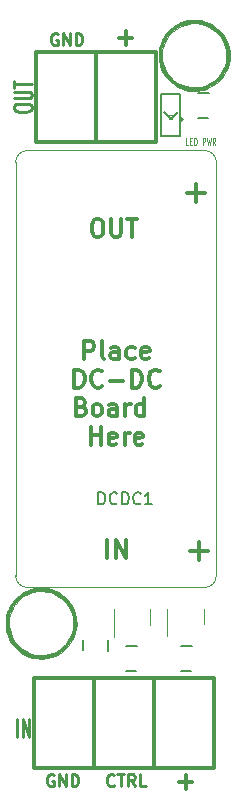
<source format=gbr>
%TF.GenerationSoftware,KiCad,Pcbnew,(6.0.6)*%
%TF.CreationDate,2023-06-07T09:40:16+01:00*%
%TF.ProjectId,DC_DC_Controller,44435f44-435f-4436-9f6e-74726f6c6c65,rev?*%
%TF.SameCoordinates,Original*%
%TF.FileFunction,Legend,Top*%
%TF.FilePolarity,Positive*%
%FSLAX46Y46*%
G04 Gerber Fmt 4.6, Leading zero omitted, Abs format (unit mm)*
G04 Created by KiCad (PCBNEW (6.0.6)) date 2023-06-07 09:40:16*
%MOMM*%
%LPD*%
G01*
G04 APERTURE LIST*
%ADD10C,0.300000*%
%ADD11C,0.100000*%
%ADD12C,0.254000*%
%ADD13C,0.250000*%
%ADD14C,0.304800*%
%ADD15C,0.150000*%
%ADD16C,0.200000*%
%ADD17C,0.010000*%
%ADD18C,0.120000*%
%ADD19C,0.066040*%
G04 APERTURE END LIST*
D10*
X151154000Y-86808571D02*
X151439714Y-86808571D01*
X151582571Y-86880000D01*
X151725428Y-87022857D01*
X151796857Y-87308571D01*
X151796857Y-87808571D01*
X151725428Y-88094285D01*
X151582571Y-88237142D01*
X151439714Y-88308571D01*
X151154000Y-88308571D01*
X151011142Y-88237142D01*
X150868285Y-88094285D01*
X150796857Y-87808571D01*
X150796857Y-87308571D01*
X150868285Y-87022857D01*
X151011142Y-86880000D01*
X151154000Y-86808571D01*
X152439714Y-86808571D02*
X152439714Y-88022857D01*
X152511142Y-88165714D01*
X152582571Y-88237142D01*
X152725428Y-88308571D01*
X153011142Y-88308571D01*
X153154000Y-88237142D01*
X153225428Y-88165714D01*
X153296857Y-88022857D01*
X153296857Y-86808571D01*
X153796857Y-86808571D02*
X154654000Y-86808571D01*
X154225428Y-88308571D02*
X154225428Y-86808571D01*
X150158000Y-98656071D02*
X150158000Y-97156071D01*
X150729428Y-97156071D01*
X150872285Y-97227500D01*
X150943714Y-97298928D01*
X151015142Y-97441785D01*
X151015142Y-97656071D01*
X150943714Y-97798928D01*
X150872285Y-97870357D01*
X150729428Y-97941785D01*
X150158000Y-97941785D01*
X151872285Y-98656071D02*
X151729428Y-98584642D01*
X151658000Y-98441785D01*
X151658000Y-97156071D01*
X153086571Y-98656071D02*
X153086571Y-97870357D01*
X153015142Y-97727500D01*
X152872285Y-97656071D01*
X152586571Y-97656071D01*
X152443714Y-97727500D01*
X153086571Y-98584642D02*
X152943714Y-98656071D01*
X152586571Y-98656071D01*
X152443714Y-98584642D01*
X152372285Y-98441785D01*
X152372285Y-98298928D01*
X152443714Y-98156071D01*
X152586571Y-98084642D01*
X152943714Y-98084642D01*
X153086571Y-98013214D01*
X154443714Y-98584642D02*
X154300857Y-98656071D01*
X154015142Y-98656071D01*
X153872285Y-98584642D01*
X153800857Y-98513214D01*
X153729428Y-98370357D01*
X153729428Y-97941785D01*
X153800857Y-97798928D01*
X153872285Y-97727500D01*
X154015142Y-97656071D01*
X154300857Y-97656071D01*
X154443714Y-97727500D01*
X155658000Y-98584642D02*
X155515142Y-98656071D01*
X155229428Y-98656071D01*
X155086571Y-98584642D01*
X155015142Y-98441785D01*
X155015142Y-97870357D01*
X155086571Y-97727500D01*
X155229428Y-97656071D01*
X155515142Y-97656071D01*
X155658000Y-97727500D01*
X155729428Y-97870357D01*
X155729428Y-98013214D01*
X155015142Y-98156071D01*
X149336571Y-101071071D02*
X149336571Y-99571071D01*
X149693714Y-99571071D01*
X149908000Y-99642500D01*
X150050857Y-99785357D01*
X150122285Y-99928214D01*
X150193714Y-100213928D01*
X150193714Y-100428214D01*
X150122285Y-100713928D01*
X150050857Y-100856785D01*
X149908000Y-100999642D01*
X149693714Y-101071071D01*
X149336571Y-101071071D01*
X151693714Y-100928214D02*
X151622285Y-100999642D01*
X151408000Y-101071071D01*
X151265142Y-101071071D01*
X151050857Y-100999642D01*
X150908000Y-100856785D01*
X150836571Y-100713928D01*
X150765142Y-100428214D01*
X150765142Y-100213928D01*
X150836571Y-99928214D01*
X150908000Y-99785357D01*
X151050857Y-99642500D01*
X151265142Y-99571071D01*
X151408000Y-99571071D01*
X151622285Y-99642500D01*
X151693714Y-99713928D01*
X152336571Y-100499642D02*
X153479428Y-100499642D01*
X154193714Y-101071071D02*
X154193714Y-99571071D01*
X154550857Y-99571071D01*
X154765142Y-99642500D01*
X154908000Y-99785357D01*
X154979428Y-99928214D01*
X155050857Y-100213928D01*
X155050857Y-100428214D01*
X154979428Y-100713928D01*
X154908000Y-100856785D01*
X154765142Y-100999642D01*
X154550857Y-101071071D01*
X154193714Y-101071071D01*
X156550857Y-100928214D02*
X156479428Y-100999642D01*
X156265142Y-101071071D01*
X156122285Y-101071071D01*
X155908000Y-100999642D01*
X155765142Y-100856785D01*
X155693714Y-100713928D01*
X155622285Y-100428214D01*
X155622285Y-100213928D01*
X155693714Y-99928214D01*
X155765142Y-99785357D01*
X155908000Y-99642500D01*
X156122285Y-99571071D01*
X156265142Y-99571071D01*
X156479428Y-99642500D01*
X156550857Y-99713928D01*
X149943714Y-102700357D02*
X150158000Y-102771785D01*
X150229428Y-102843214D01*
X150300857Y-102986071D01*
X150300857Y-103200357D01*
X150229428Y-103343214D01*
X150158000Y-103414642D01*
X150015142Y-103486071D01*
X149443714Y-103486071D01*
X149443714Y-101986071D01*
X149943714Y-101986071D01*
X150086571Y-102057500D01*
X150158000Y-102128928D01*
X150229428Y-102271785D01*
X150229428Y-102414642D01*
X150158000Y-102557500D01*
X150086571Y-102628928D01*
X149943714Y-102700357D01*
X149443714Y-102700357D01*
X151158000Y-103486071D02*
X151015142Y-103414642D01*
X150943714Y-103343214D01*
X150872285Y-103200357D01*
X150872285Y-102771785D01*
X150943714Y-102628928D01*
X151015142Y-102557500D01*
X151158000Y-102486071D01*
X151372285Y-102486071D01*
X151515142Y-102557500D01*
X151586571Y-102628928D01*
X151658000Y-102771785D01*
X151658000Y-103200357D01*
X151586571Y-103343214D01*
X151515142Y-103414642D01*
X151372285Y-103486071D01*
X151158000Y-103486071D01*
X152943714Y-103486071D02*
X152943714Y-102700357D01*
X152872285Y-102557500D01*
X152729428Y-102486071D01*
X152443714Y-102486071D01*
X152300857Y-102557500D01*
X152943714Y-103414642D02*
X152800857Y-103486071D01*
X152443714Y-103486071D01*
X152300857Y-103414642D01*
X152229428Y-103271785D01*
X152229428Y-103128928D01*
X152300857Y-102986071D01*
X152443714Y-102914642D01*
X152800857Y-102914642D01*
X152943714Y-102843214D01*
X153658000Y-103486071D02*
X153658000Y-102486071D01*
X153658000Y-102771785D02*
X153729428Y-102628928D01*
X153800857Y-102557500D01*
X153943714Y-102486071D01*
X154086571Y-102486071D01*
X155229428Y-103486071D02*
X155229428Y-101986071D01*
X155229428Y-103414642D02*
X155086571Y-103486071D01*
X154800857Y-103486071D01*
X154658000Y-103414642D01*
X154586571Y-103343214D01*
X154515142Y-103200357D01*
X154515142Y-102771785D01*
X154586571Y-102628928D01*
X154658000Y-102557500D01*
X154800857Y-102486071D01*
X155086571Y-102486071D01*
X155229428Y-102557500D01*
X150729428Y-105901071D02*
X150729428Y-104401071D01*
X150729428Y-105115357D02*
X151586571Y-105115357D01*
X151586571Y-105901071D02*
X151586571Y-104401071D01*
X152872285Y-105829642D02*
X152729428Y-105901071D01*
X152443714Y-105901071D01*
X152300857Y-105829642D01*
X152229428Y-105686785D01*
X152229428Y-105115357D01*
X152300857Y-104972500D01*
X152443714Y-104901071D01*
X152729428Y-104901071D01*
X152872285Y-104972500D01*
X152943714Y-105115357D01*
X152943714Y-105258214D01*
X152229428Y-105401071D01*
X153586571Y-105901071D02*
X153586571Y-104901071D01*
X153586571Y-105186785D02*
X153658000Y-105043928D01*
X153729428Y-104972500D01*
X153872285Y-104901071D01*
X154015142Y-104901071D01*
X155086571Y-105829642D02*
X154943714Y-105901071D01*
X154658000Y-105901071D01*
X154515142Y-105829642D01*
X154443714Y-105686785D01*
X154443714Y-105115357D01*
X154515142Y-104972500D01*
X154658000Y-104901071D01*
X154943714Y-104901071D01*
X155086571Y-104972500D01*
X155158000Y-105115357D01*
X155158000Y-105258214D01*
X154443714Y-105401071D01*
X152122285Y-115486571D02*
X152122285Y-113986571D01*
X152836571Y-115486571D02*
X152836571Y-113986571D01*
X153693714Y-115486571D01*
X153693714Y-113986571D01*
D11*
%TO.C,J5*%
X158981904Y-80535428D02*
X158791428Y-80535428D01*
X158791428Y-79935428D01*
X159115238Y-80221142D02*
X159248571Y-80221142D01*
X159305714Y-80535428D02*
X159115238Y-80535428D01*
X159115238Y-79935428D01*
X159305714Y-79935428D01*
X159477142Y-80535428D02*
X159477142Y-79935428D01*
X159572380Y-79935428D01*
X159629523Y-79964000D01*
X159667619Y-80021142D01*
X159686666Y-80078285D01*
X159705714Y-80192571D01*
X159705714Y-80278285D01*
X159686666Y-80392571D01*
X159667619Y-80449714D01*
X159629523Y-80506857D01*
X159572380Y-80535428D01*
X159477142Y-80535428D01*
X160181904Y-80535428D02*
X160181904Y-79935428D01*
X160334285Y-79935428D01*
X160372380Y-79964000D01*
X160391428Y-79992571D01*
X160410476Y-80049714D01*
X160410476Y-80135428D01*
X160391428Y-80192571D01*
X160372380Y-80221142D01*
X160334285Y-80249714D01*
X160181904Y-80249714D01*
X160543809Y-79935428D02*
X160639047Y-80535428D01*
X160715238Y-80106857D01*
X160791428Y-80535428D01*
X160886666Y-79935428D01*
X161267619Y-80535428D02*
X161134285Y-80249714D01*
X161039047Y-80535428D02*
X161039047Y-79935428D01*
X161191428Y-79935428D01*
X161229523Y-79964000D01*
X161248571Y-79992571D01*
X161267619Y-80049714D01*
X161267619Y-80135428D01*
X161248571Y-80192571D01*
X161229523Y-80221142D01*
X161191428Y-80249714D01*
X161039047Y-80249714D01*
D12*
%TO.C,J1*%
X144467809Y-130689428D02*
X144467809Y-129165428D01*
X144951619Y-130689428D02*
X144951619Y-129165428D01*
X145532190Y-130689428D01*
X145532190Y-129165428D01*
D13*
X152693809Y-134723142D02*
X152646190Y-134770761D01*
X152503333Y-134818380D01*
X152408095Y-134818380D01*
X152265238Y-134770761D01*
X152170000Y-134675523D01*
X152122380Y-134580285D01*
X152074761Y-134389809D01*
X152074761Y-134246952D01*
X152122380Y-134056476D01*
X152170000Y-133961238D01*
X152265238Y-133866000D01*
X152408095Y-133818380D01*
X152503333Y-133818380D01*
X152646190Y-133866000D01*
X152693809Y-133913619D01*
X152979523Y-133818380D02*
X153550952Y-133818380D01*
X153265238Y-134818380D02*
X153265238Y-133818380D01*
X154455714Y-134818380D02*
X154122380Y-134342190D01*
X153884285Y-134818380D02*
X153884285Y-133818380D01*
X154265238Y-133818380D01*
X154360476Y-133866000D01*
X154408095Y-133913619D01*
X154455714Y-134008857D01*
X154455714Y-134151714D01*
X154408095Y-134246952D01*
X154360476Y-134294571D01*
X154265238Y-134342190D01*
X153884285Y-134342190D01*
X155360476Y-134818380D02*
X154884285Y-134818380D01*
X154884285Y-133818380D01*
D14*
X158169428Y-134474857D02*
X159330571Y-134474857D01*
X158750000Y-135055428D02*
X158750000Y-133894285D01*
D13*
X147574095Y-133866000D02*
X147478857Y-133818380D01*
X147336000Y-133818380D01*
X147193142Y-133866000D01*
X147097904Y-133961238D01*
X147050285Y-134056476D01*
X147002666Y-134246952D01*
X147002666Y-134389809D01*
X147050285Y-134580285D01*
X147097904Y-134675523D01*
X147193142Y-134770761D01*
X147336000Y-134818380D01*
X147431238Y-134818380D01*
X147574095Y-134770761D01*
X147621714Y-134723142D01*
X147621714Y-134389809D01*
X147431238Y-134389809D01*
X148050285Y-134818380D02*
X148050285Y-133818380D01*
X148621714Y-134818380D01*
X148621714Y-133818380D01*
X149097904Y-134818380D02*
X149097904Y-133818380D01*
X149336000Y-133818380D01*
X149478857Y-133866000D01*
X149574095Y-133961238D01*
X149621714Y-134056476D01*
X149669333Y-134246952D01*
X149669333Y-134389809D01*
X149621714Y-134580285D01*
X149574095Y-134675523D01*
X149478857Y-134770761D01*
X149336000Y-134818380D01*
X149097904Y-134818380D01*
D12*
%TO.C,J6*%
X144199428Y-77470000D02*
X144199428Y-77276476D01*
X144272000Y-77179714D01*
X144417142Y-77082952D01*
X144707428Y-77034571D01*
X145215428Y-77034571D01*
X145505714Y-77082952D01*
X145650857Y-77179714D01*
X145723428Y-77276476D01*
X145723428Y-77470000D01*
X145650857Y-77566761D01*
X145505714Y-77663523D01*
X145215428Y-77711904D01*
X144707428Y-77711904D01*
X144417142Y-77663523D01*
X144272000Y-77566761D01*
X144199428Y-77470000D01*
X144199428Y-76599142D02*
X145433142Y-76599142D01*
X145578285Y-76550761D01*
X145650857Y-76502380D01*
X145723428Y-76405619D01*
X145723428Y-76212095D01*
X145650857Y-76115333D01*
X145578285Y-76066952D01*
X145433142Y-76018571D01*
X144199428Y-76018571D01*
X144199428Y-75679904D02*
X144199428Y-75099333D01*
X145723428Y-75389619D02*
X144199428Y-75389619D01*
D13*
X147908095Y-71128000D02*
X147812857Y-71080380D01*
X147670000Y-71080380D01*
X147527142Y-71128000D01*
X147431904Y-71223238D01*
X147384285Y-71318476D01*
X147336666Y-71508952D01*
X147336666Y-71651809D01*
X147384285Y-71842285D01*
X147431904Y-71937523D01*
X147527142Y-72032761D01*
X147670000Y-72080380D01*
X147765238Y-72080380D01*
X147908095Y-72032761D01*
X147955714Y-71985142D01*
X147955714Y-71651809D01*
X147765238Y-71651809D01*
X148384285Y-72080380D02*
X148384285Y-71080380D01*
X148955714Y-72080380D01*
X148955714Y-71080380D01*
X149431904Y-72080380D02*
X149431904Y-71080380D01*
X149670000Y-71080380D01*
X149812857Y-71128000D01*
X149908095Y-71223238D01*
X149955714Y-71318476D01*
X150003333Y-71508952D01*
X150003333Y-71651809D01*
X149955714Y-71842285D01*
X149908095Y-71937523D01*
X149812857Y-72032761D01*
X149670000Y-72080380D01*
X149431904Y-72080380D01*
D14*
X153089428Y-71482857D02*
X154250571Y-71482857D01*
X153670000Y-72063428D02*
X153670000Y-70902285D01*
D15*
%TO.C,DCDC1*%
X151366904Y-110952380D02*
X151366904Y-109952380D01*
X151605000Y-109952380D01*
X151747857Y-110000000D01*
X151843095Y-110095238D01*
X151890714Y-110190476D01*
X151938333Y-110380952D01*
X151938333Y-110523809D01*
X151890714Y-110714285D01*
X151843095Y-110809523D01*
X151747857Y-110904761D01*
X151605000Y-110952380D01*
X151366904Y-110952380D01*
X152938333Y-110857142D02*
X152890714Y-110904761D01*
X152747857Y-110952380D01*
X152652619Y-110952380D01*
X152509761Y-110904761D01*
X152414523Y-110809523D01*
X152366904Y-110714285D01*
X152319285Y-110523809D01*
X152319285Y-110380952D01*
X152366904Y-110190476D01*
X152414523Y-110095238D01*
X152509761Y-110000000D01*
X152652619Y-109952380D01*
X152747857Y-109952380D01*
X152890714Y-110000000D01*
X152938333Y-110047619D01*
X153366904Y-110952380D02*
X153366904Y-109952380D01*
X153605000Y-109952380D01*
X153747857Y-110000000D01*
X153843095Y-110095238D01*
X153890714Y-110190476D01*
X153938333Y-110380952D01*
X153938333Y-110523809D01*
X153890714Y-110714285D01*
X153843095Y-110809523D01*
X153747857Y-110904761D01*
X153605000Y-110952380D01*
X153366904Y-110952380D01*
X154938333Y-110857142D02*
X154890714Y-110904761D01*
X154747857Y-110952380D01*
X154652619Y-110952380D01*
X154509761Y-110904761D01*
X154414523Y-110809523D01*
X154366904Y-110714285D01*
X154319285Y-110523809D01*
X154319285Y-110380952D01*
X154366904Y-110190476D01*
X154414523Y-110095238D01*
X154509761Y-110000000D01*
X154652619Y-109952380D01*
X154747857Y-109952380D01*
X154890714Y-110000000D01*
X154938333Y-110047619D01*
X155890714Y-110952380D02*
X155319285Y-110952380D01*
X155605000Y-110952380D02*
X155605000Y-109952380D01*
X155509761Y-110095238D01*
X155414523Y-110190476D01*
X155319285Y-110238095D01*
D10*
X158843095Y-84642857D02*
X160366904Y-84642857D01*
X159605000Y-85404761D02*
X159605000Y-83880952D01*
X159093095Y-114892857D02*
X160616904Y-114892857D01*
X159855000Y-115654761D02*
X159855000Y-114130952D01*
D16*
%TO.C,R4*%
X150063200Y-122423000D02*
X150063200Y-123312000D01*
X152196800Y-122473800D02*
X152196800Y-123362800D01*
%TO.C,R1*%
X154612200Y-122933200D02*
X153723200Y-122933200D01*
X154561400Y-125066800D02*
X153672400Y-125066800D01*
%TO.C,R3*%
X159761000Y-78282800D02*
X160650000Y-78282800D01*
X159811800Y-76149200D02*
X160700800Y-76149200D01*
%TO.C,J2*%
G36*
X159387675Y-75949891D02*
G01*
X159231850Y-75945536D01*
X159097724Y-75936056D01*
X159032591Y-75927802D01*
X158680959Y-75851519D01*
X158346911Y-75738479D01*
X158032701Y-75590727D01*
X157740585Y-75410313D01*
X157472817Y-75199285D01*
X157231652Y-74959689D01*
X157019345Y-74693574D01*
X156838152Y-74402988D01*
X156690328Y-74089978D01*
X156578127Y-73756593D01*
X156558526Y-73681038D01*
X156493474Y-73331661D01*
X156473005Y-73038895D01*
X156758648Y-73038895D01*
X156775361Y-73288644D01*
X156787749Y-73376921D01*
X156861447Y-73703526D01*
X156970578Y-74010554D01*
X157112356Y-74296483D01*
X157283995Y-74559788D01*
X157482708Y-74798945D01*
X157705711Y-75012430D01*
X157950218Y-75198719D01*
X158213442Y-75356289D01*
X158492598Y-75483615D01*
X158784901Y-75579173D01*
X159087564Y-75641440D01*
X159397801Y-75668891D01*
X159712828Y-75660003D01*
X160029857Y-75613251D01*
X160346104Y-75527112D01*
X160564534Y-75442991D01*
X160857616Y-75293473D01*
X161126697Y-75111251D01*
X161369961Y-74899644D01*
X161585591Y-74661974D01*
X161771770Y-74401561D01*
X161926679Y-74121727D01*
X162048503Y-73825791D01*
X162135423Y-73517075D01*
X162185623Y-73198899D01*
X162197285Y-72874585D01*
X162168592Y-72547452D01*
X162164250Y-72519722D01*
X162095843Y-72217852D01*
X161990365Y-71917352D01*
X161852055Y-71628832D01*
X161724610Y-71419668D01*
X161626666Y-71288757D01*
X161504024Y-71146496D01*
X161367665Y-71004315D01*
X161228571Y-70873646D01*
X161097725Y-70765920D01*
X161093700Y-70762908D01*
X160856381Y-70607483D01*
X160592075Y-70472420D01*
X160313409Y-70363145D01*
X160033005Y-70285081D01*
X159938064Y-70266359D01*
X159786888Y-70247416D01*
X159609432Y-70237107D01*
X159420860Y-70235421D01*
X159236333Y-70242350D01*
X159071015Y-70257885D01*
X159011424Y-70266893D01*
X158690564Y-70343531D01*
X158384275Y-70458180D01*
X158095455Y-70608161D01*
X157827000Y-70790794D01*
X157581807Y-71003399D01*
X157362772Y-71243295D01*
X157172793Y-71507803D01*
X157014766Y-71794243D01*
X156891587Y-72099934D01*
X156839483Y-72276305D01*
X156791468Y-72516574D01*
X156764270Y-72776154D01*
X156758648Y-73038895D01*
X156473005Y-73038895D01*
X156469159Y-72983894D01*
X156484249Y-72640648D01*
X156537412Y-72304832D01*
X156627316Y-71979358D01*
X156752630Y-71667136D01*
X156912021Y-71371076D01*
X157104158Y-71094090D01*
X157327708Y-70839088D01*
X157581340Y-70608981D01*
X157863722Y-70406679D01*
X158124341Y-70259268D01*
X158389484Y-70143026D01*
X158677495Y-70047624D01*
X158880436Y-69997059D01*
X159048266Y-69970049D01*
X159243931Y-69953398D01*
X159454223Y-69947107D01*
X159665932Y-69951176D01*
X159865847Y-69965605D01*
X160040759Y-69990394D01*
X160073745Y-69997059D01*
X160425780Y-70092832D01*
X160754620Y-70223838D01*
X161061541Y-70390770D01*
X161347821Y-70594317D01*
X161605166Y-70825563D01*
X161845023Y-71093866D01*
X162047082Y-71381224D01*
X162211297Y-71687540D01*
X162337620Y-72012714D01*
X162426004Y-72356647D01*
X162471386Y-72664840D01*
X162483461Y-72800683D01*
X162489059Y-72913964D01*
X162488165Y-73021827D01*
X162480761Y-73141418D01*
X162470844Y-73249972D01*
X162415430Y-73597794D01*
X162319625Y-73936032D01*
X162184925Y-74261246D01*
X162012824Y-74569996D01*
X161804817Y-74858844D01*
X161736097Y-74940575D01*
X161496626Y-75183771D01*
X161228165Y-75398125D01*
X160934582Y-75581492D01*
X160619744Y-75731723D01*
X160287519Y-75846670D01*
X159974792Y-75918545D01*
X159858758Y-75933448D01*
X159713788Y-75943723D01*
X159552541Y-75949245D01*
X159397801Y-75949851D01*
X159387675Y-75949891D01*
G37*
D17*
X159387675Y-75949891D02*
X159231850Y-75945536D01*
X159097724Y-75936056D01*
X159032591Y-75927802D01*
X158680959Y-75851519D01*
X158346911Y-75738479D01*
X158032701Y-75590727D01*
X157740585Y-75410313D01*
X157472817Y-75199285D01*
X157231652Y-74959689D01*
X157019345Y-74693574D01*
X156838152Y-74402988D01*
X156690328Y-74089978D01*
X156578127Y-73756593D01*
X156558526Y-73681038D01*
X156493474Y-73331661D01*
X156473005Y-73038895D01*
X156758648Y-73038895D01*
X156775361Y-73288644D01*
X156787749Y-73376921D01*
X156861447Y-73703526D01*
X156970578Y-74010554D01*
X157112356Y-74296483D01*
X157283995Y-74559788D01*
X157482708Y-74798945D01*
X157705711Y-75012430D01*
X157950218Y-75198719D01*
X158213442Y-75356289D01*
X158492598Y-75483615D01*
X158784901Y-75579173D01*
X159087564Y-75641440D01*
X159397801Y-75668891D01*
X159712828Y-75660003D01*
X160029857Y-75613251D01*
X160346104Y-75527112D01*
X160564534Y-75442991D01*
X160857616Y-75293473D01*
X161126697Y-75111251D01*
X161369961Y-74899644D01*
X161585591Y-74661974D01*
X161771770Y-74401561D01*
X161926679Y-74121727D01*
X162048503Y-73825791D01*
X162135423Y-73517075D01*
X162185623Y-73198899D01*
X162197285Y-72874585D01*
X162168592Y-72547452D01*
X162164250Y-72519722D01*
X162095843Y-72217852D01*
X161990365Y-71917352D01*
X161852055Y-71628832D01*
X161724610Y-71419668D01*
X161626666Y-71288757D01*
X161504024Y-71146496D01*
X161367665Y-71004315D01*
X161228571Y-70873646D01*
X161097725Y-70765920D01*
X161093700Y-70762908D01*
X160856381Y-70607483D01*
X160592075Y-70472420D01*
X160313409Y-70363145D01*
X160033005Y-70285081D01*
X159938064Y-70266359D01*
X159786888Y-70247416D01*
X159609432Y-70237107D01*
X159420860Y-70235421D01*
X159236333Y-70242350D01*
X159071015Y-70257885D01*
X159011424Y-70266893D01*
X158690564Y-70343531D01*
X158384275Y-70458180D01*
X158095455Y-70608161D01*
X157827000Y-70790794D01*
X157581807Y-71003399D01*
X157362772Y-71243295D01*
X157172793Y-71507803D01*
X157014766Y-71794243D01*
X156891587Y-72099934D01*
X156839483Y-72276305D01*
X156791468Y-72516574D01*
X156764270Y-72776154D01*
X156758648Y-73038895D01*
X156473005Y-73038895D01*
X156469159Y-72983894D01*
X156484249Y-72640648D01*
X156537412Y-72304832D01*
X156627316Y-71979358D01*
X156752630Y-71667136D01*
X156912021Y-71371076D01*
X157104158Y-71094090D01*
X157327708Y-70839088D01*
X157581340Y-70608981D01*
X157863722Y-70406679D01*
X158124341Y-70259268D01*
X158389484Y-70143026D01*
X158677495Y-70047624D01*
X158880436Y-69997059D01*
X159048266Y-69970049D01*
X159243931Y-69953398D01*
X159454223Y-69947107D01*
X159665932Y-69951176D01*
X159865847Y-69965605D01*
X160040759Y-69990394D01*
X160073745Y-69997059D01*
X160425780Y-70092832D01*
X160754620Y-70223838D01*
X161061541Y-70390770D01*
X161347821Y-70594317D01*
X161605166Y-70825563D01*
X161845023Y-71093866D01*
X162047082Y-71381224D01*
X162211297Y-71687540D01*
X162337620Y-72012714D01*
X162426004Y-72356647D01*
X162471386Y-72664840D01*
X162483461Y-72800683D01*
X162489059Y-72913964D01*
X162488165Y-73021827D01*
X162480761Y-73141418D01*
X162470844Y-73249972D01*
X162415430Y-73597794D01*
X162319625Y-73936032D01*
X162184925Y-74261246D01*
X162012824Y-74569996D01*
X161804817Y-74858844D01*
X161736097Y-74940575D01*
X161496626Y-75183771D01*
X161228165Y-75398125D01*
X160934582Y-75581492D01*
X160619744Y-75731723D01*
X160287519Y-75846670D01*
X159974792Y-75918545D01*
X159858758Y-75933448D01*
X159713788Y-75943723D01*
X159552541Y-75949245D01*
X159397801Y-75949851D01*
X159387675Y-75949891D01*
G36*
X146512508Y-124024958D02*
G01*
X146149938Y-124004996D01*
X145801343Y-123945429D01*
X145467932Y-123846735D01*
X145150915Y-123709394D01*
X144851502Y-123533884D01*
X144570905Y-123320685D01*
X144445510Y-123207254D01*
X144199409Y-122945893D01*
X143991170Y-122667078D01*
X143819348Y-122368281D01*
X143682501Y-122046974D01*
X143579186Y-121700630D01*
X143574580Y-121681362D01*
X143554731Y-121593347D01*
X143540193Y-121515826D01*
X143530137Y-121439272D01*
X143523734Y-121354163D01*
X143520156Y-121250975D01*
X143518576Y-121120182D01*
X143518260Y-121033722D01*
X143518790Y-120907659D01*
X143791620Y-120907659D01*
X143796893Y-121230521D01*
X143841519Y-121551582D01*
X143925714Y-121867625D01*
X144049694Y-122175434D01*
X144147543Y-122362315D01*
X144335536Y-122648770D01*
X144553631Y-122906336D01*
X144799455Y-123133274D01*
X145070631Y-123327849D01*
X145364783Y-123488321D01*
X145679538Y-123612954D01*
X145962174Y-123689561D01*
X146094397Y-123711471D01*
X146253537Y-123727395D01*
X146425365Y-123736787D01*
X146595653Y-123739105D01*
X146750169Y-123733804D01*
X146853392Y-123723637D01*
X147173468Y-123659002D01*
X147483549Y-123558600D01*
X147778682Y-123425151D01*
X148053910Y-123261377D01*
X148304281Y-123070001D01*
X148524838Y-122853745D01*
X148601813Y-122763114D01*
X148805351Y-122478293D01*
X148971529Y-122177203D01*
X149099080Y-121862777D01*
X149186735Y-121537950D01*
X149220808Y-121330055D01*
X149231908Y-121176412D01*
X149232111Y-120997400D01*
X149222176Y-120808346D01*
X149202858Y-120624578D01*
X149178891Y-120480365D01*
X149092388Y-120158170D01*
X148969433Y-119854229D01*
X148812753Y-119570770D01*
X148625077Y-119310023D01*
X148409133Y-119074214D01*
X148167648Y-118865573D01*
X147903351Y-118686327D01*
X147618970Y-118538706D01*
X147317231Y-118424936D01*
X147000865Y-118347246D01*
X146672597Y-118307864D01*
X146513465Y-118303222D01*
X146173089Y-118323017D01*
X145846967Y-118382605D01*
X145534099Y-118482286D01*
X145233485Y-118622364D01*
X145010306Y-118757560D01*
X144763354Y-118941161D01*
X144548540Y-119141601D01*
X144356427Y-119367732D01*
X144347987Y-119378889D01*
X144159737Y-119662518D01*
X144009758Y-119960425D01*
X143898269Y-120269395D01*
X143825484Y-120586212D01*
X143791620Y-120907659D01*
X143518790Y-120907659D01*
X143518954Y-120868568D01*
X143522147Y-120737174D01*
X143528384Y-120631010D01*
X143538211Y-120541548D01*
X143552171Y-120460260D01*
X143556080Y-120441562D01*
X143647274Y-120098039D01*
X143767835Y-119782401D01*
X143920337Y-119489755D01*
X144107360Y-119215205D01*
X144331478Y-118953860D01*
X144349130Y-118935406D01*
X144612463Y-118691866D01*
X144898949Y-118483183D01*
X145206267Y-118310609D01*
X145532091Y-118175390D01*
X145874099Y-118078777D01*
X145984315Y-118056629D01*
X146139459Y-118035943D01*
X146322149Y-118023640D01*
X146518437Y-118019720D01*
X146714377Y-118024178D01*
X146896021Y-118037014D01*
X147041674Y-118056790D01*
X147383142Y-118139731D01*
X147708162Y-118259981D01*
X148014310Y-118415054D01*
X148299167Y-118602464D01*
X148560309Y-118819724D01*
X148795317Y-119064348D01*
X149001768Y-119333848D01*
X149177240Y-119625740D01*
X149319314Y-119937536D01*
X149425565Y-120266751D01*
X149487386Y-120568055D01*
X149501195Y-120691790D01*
X149510243Y-120841418D01*
X149514412Y-121003608D01*
X149513582Y-121165031D01*
X149507635Y-121312354D01*
X149496453Y-121432248D01*
X149495152Y-121441469D01*
X149423649Y-121788986D01*
X149314545Y-122120442D01*
X149170133Y-122433466D01*
X148992708Y-122725687D01*
X148784562Y-122994736D01*
X148547991Y-123238242D01*
X148285289Y-123453835D01*
X147998748Y-123639143D01*
X147690665Y-123791798D01*
X147363331Y-123909427D01*
X147031091Y-123987558D01*
X146849567Y-124010953D01*
X146636624Y-124023213D01*
X146595653Y-124023789D01*
X146512508Y-124024958D01*
G37*
X146512508Y-124024958D02*
X146149938Y-124004996D01*
X145801343Y-123945429D01*
X145467932Y-123846735D01*
X145150915Y-123709394D01*
X144851502Y-123533884D01*
X144570905Y-123320685D01*
X144445510Y-123207254D01*
X144199409Y-122945893D01*
X143991170Y-122667078D01*
X143819348Y-122368281D01*
X143682501Y-122046974D01*
X143579186Y-121700630D01*
X143574580Y-121681362D01*
X143554731Y-121593347D01*
X143540193Y-121515826D01*
X143530137Y-121439272D01*
X143523734Y-121354163D01*
X143520156Y-121250975D01*
X143518576Y-121120182D01*
X143518260Y-121033722D01*
X143518790Y-120907659D01*
X143791620Y-120907659D01*
X143796893Y-121230521D01*
X143841519Y-121551582D01*
X143925714Y-121867625D01*
X144049694Y-122175434D01*
X144147543Y-122362315D01*
X144335536Y-122648770D01*
X144553631Y-122906336D01*
X144799455Y-123133274D01*
X145070631Y-123327849D01*
X145364783Y-123488321D01*
X145679538Y-123612954D01*
X145962174Y-123689561D01*
X146094397Y-123711471D01*
X146253537Y-123727395D01*
X146425365Y-123736787D01*
X146595653Y-123739105D01*
X146750169Y-123733804D01*
X146853392Y-123723637D01*
X147173468Y-123659002D01*
X147483549Y-123558600D01*
X147778682Y-123425151D01*
X148053910Y-123261377D01*
X148304281Y-123070001D01*
X148524838Y-122853745D01*
X148601813Y-122763114D01*
X148805351Y-122478293D01*
X148971529Y-122177203D01*
X149099080Y-121862777D01*
X149186735Y-121537950D01*
X149220808Y-121330055D01*
X149231908Y-121176412D01*
X149232111Y-120997400D01*
X149222176Y-120808346D01*
X149202858Y-120624578D01*
X149178891Y-120480365D01*
X149092388Y-120158170D01*
X148969433Y-119854229D01*
X148812753Y-119570770D01*
X148625077Y-119310023D01*
X148409133Y-119074214D01*
X148167648Y-118865573D01*
X147903351Y-118686327D01*
X147618970Y-118538706D01*
X147317231Y-118424936D01*
X147000865Y-118347246D01*
X146672597Y-118307864D01*
X146513465Y-118303222D01*
X146173089Y-118323017D01*
X145846967Y-118382605D01*
X145534099Y-118482286D01*
X145233485Y-118622364D01*
X145010306Y-118757560D01*
X144763354Y-118941161D01*
X144548540Y-119141601D01*
X144356427Y-119367732D01*
X144347987Y-119378889D01*
X144159737Y-119662518D01*
X144009758Y-119960425D01*
X143898269Y-120269395D01*
X143825484Y-120586212D01*
X143791620Y-120907659D01*
X143518790Y-120907659D01*
X143518954Y-120868568D01*
X143522147Y-120737174D01*
X143528384Y-120631010D01*
X143538211Y-120541548D01*
X143552171Y-120460260D01*
X143556080Y-120441562D01*
X143647274Y-120098039D01*
X143767835Y-119782401D01*
X143920337Y-119489755D01*
X144107360Y-119215205D01*
X144331478Y-118953860D01*
X144349130Y-118935406D01*
X144612463Y-118691866D01*
X144898949Y-118483183D01*
X145206267Y-118310609D01*
X145532091Y-118175390D01*
X145874099Y-118078777D01*
X145984315Y-118056629D01*
X146139459Y-118035943D01*
X146322149Y-118023640D01*
X146518437Y-118019720D01*
X146714377Y-118024178D01*
X146896021Y-118037014D01*
X147041674Y-118056790D01*
X147383142Y-118139731D01*
X147708162Y-118259981D01*
X148014310Y-118415054D01*
X148299167Y-118602464D01*
X148560309Y-118819724D01*
X148795317Y-119064348D01*
X149001768Y-119333848D01*
X149177240Y-119625740D01*
X149319314Y-119937536D01*
X149425565Y-120266751D01*
X149487386Y-120568055D01*
X149501195Y-120691790D01*
X149510243Y-120841418D01*
X149514412Y-121003608D01*
X149513582Y-121165031D01*
X149507635Y-121312354D01*
X149496453Y-121432248D01*
X149495152Y-121441469D01*
X149423649Y-121788986D01*
X149314545Y-122120442D01*
X149170133Y-122433466D01*
X148992708Y-122725687D01*
X148784562Y-122994736D01*
X148547991Y-123238242D01*
X148285289Y-123453835D01*
X147998748Y-123639143D01*
X147690665Y-123791798D01*
X147363331Y-123909427D01*
X147031091Y-123987558D01*
X146849567Y-124010953D01*
X146636624Y-124023213D01*
X146595653Y-124023789D01*
X146512508Y-124024958D01*
D18*
%TO.C,Q1*%
X155775200Y-120500000D02*
X155775200Y-121150000D01*
X152655200Y-120500000D02*
X152655200Y-119850000D01*
X155775200Y-120500000D02*
X155775200Y-119850000D01*
X152655200Y-120500000D02*
X152655200Y-122175000D01*
%TO.C,Q2*%
X160275200Y-120437500D02*
X160275200Y-121087500D01*
X157155200Y-120437500D02*
X157155200Y-119787500D01*
X160275200Y-120437500D02*
X160275200Y-119787500D01*
X157155200Y-120437500D02*
X157155200Y-122112500D01*
D16*
%TO.C,R2*%
X158318200Y-125066800D02*
X159207200Y-125066800D01*
X158369000Y-122933200D02*
X159258000Y-122933200D01*
D10*
%TO.C,J1*%
X161120000Y-125690000D02*
X161120000Y-133310000D01*
X161120000Y-133310000D02*
X156040000Y-133310000D01*
X145880000Y-133310000D02*
X145880000Y-125690000D01*
X145880000Y-133310000D02*
X156040000Y-133310000D01*
X145880000Y-125690000D02*
X156040000Y-125690000D01*
X156040000Y-133310000D02*
X156040000Y-125690000D01*
X156040000Y-125690000D02*
X161120000Y-125690000D01*
X150960000Y-125690000D02*
X150960000Y-133310000D01*
%TO.C,J6*%
X146050000Y-80310000D02*
X156210000Y-80310000D01*
X151130000Y-72690000D02*
X151130000Y-80310000D01*
X156210000Y-80310000D02*
X156210000Y-72690000D01*
X146050000Y-80310000D02*
X146050000Y-72690000D01*
X146050000Y-72690000D02*
X156210000Y-72690000D01*
D18*
%TO.C,DCDC1*%
X144355000Y-117000000D02*
X144355000Y-82000000D01*
X161355000Y-82000000D02*
X161355000Y-117000000D01*
X160355000Y-118000000D02*
X145355000Y-118000000D01*
X145355000Y-81000000D02*
X160355000Y-81000000D01*
X160355000Y-118000000D02*
G75*
G03*
X161355000Y-117000000I0J1000000D01*
G01*
X144355000Y-117000000D02*
G75*
G03*
X145355000Y-118000000I1000000J0D01*
G01*
X145355000Y-81000000D02*
G75*
G03*
X144355000Y-82000000I0J-1000000D01*
G01*
X161355000Y-82000000D02*
G75*
G03*
X160355000Y-81000000I-1000000J0D01*
G01*
D16*
%TO.C,D1*%
X156680000Y-79811020D02*
X156680000Y-76311020D01*
D19*
X157330140Y-78011020D02*
X157330140Y-78310740D01*
D15*
X157480000Y-78311020D02*
X158080000Y-77711020D01*
D16*
X158280000Y-76211020D02*
X158280000Y-79811020D01*
D15*
X157480000Y-78311020D02*
X156880000Y-77711020D01*
D19*
X157629860Y-78310740D02*
X157330140Y-78310740D01*
D16*
X156680000Y-76311020D02*
X156680000Y-76211020D01*
X156680000Y-76211020D02*
X158280000Y-76211020D01*
X158280000Y-79811020D02*
X156680000Y-79811020D01*
D19*
X157629860Y-78011020D02*
X157330140Y-78011020D01*
D15*
X158080000Y-77711020D02*
X157480000Y-78311020D01*
D19*
X157629860Y-78011020D02*
X157629860Y-78310740D01*
D15*
X158521421Y-78411020D02*
G75*
G03*
X158521421Y-78411020I-141421J0D01*
G01*
%TD*%
M02*

</source>
